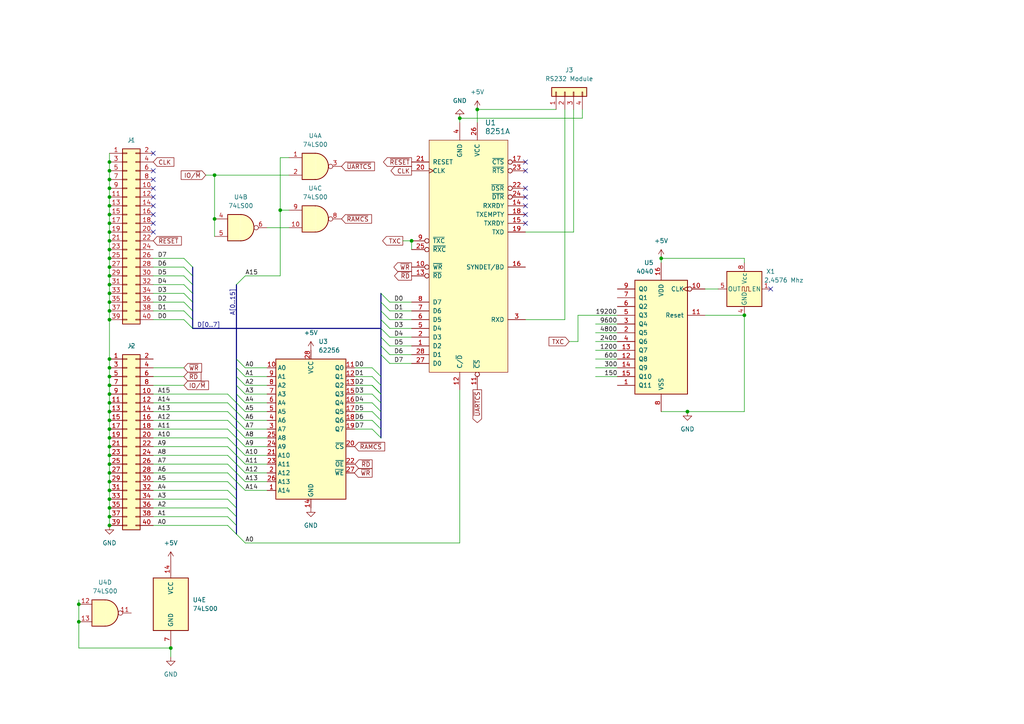
<source format=kicad_sch>
(kicad_sch (version 20230121) (generator eeschema)
  (paper "A4")
  (title_block (title "SDK-85 RAM/Serial Expansion") (date "2023-09-20") (company "Jim Shortz"))
  (lib_symbols
    (symbol "4xxx:4040" (pin_names (offset 1.016))
      (property "Reference" "U" (at -7.62 16.51 0))
      (property "Value" "4040" (at -7.62 -19.05 0))
      (symbol "4040_1_0"
        (pin output line (at 12.7 -15.24 180) (length 5.08) (name "Q11") (number "1"))
        (pin input inverted_clock (at -12.7 12.7 0) (length 5.08) (name "CLK") (number "10"))
        (pin input line (at -12.7 5.08 0) (length 5.08) (name "Reset") (number "11"))
        (pin output line (at 12.7 -7.62 180) (length 5.08) (name "Q8") (number "12"))
        (pin output line (at 12.7 -5.08 180) (length 5.08) (name "Q7") (number "13"))
        (pin output line (at 12.7 -10.16 180) (length 5.08) (name "Q9") (number "14"))
        (pin output line (at 12.7 -12.7 180) (length 5.08) (name "Q10") (number "15"))
        (pin power_in line (at 0 20.32 270) (length 5.08) (name "VDD") (number "16"))
        (pin output line (at 12.7 0 180) (length 5.08) (name "Q5") (number "2"))
        (pin output line (at 12.7 2.54 180) (length 5.08) (name "Q4") (number "3"))
        (pin output line (at 12.7 -2.54 180) (length 5.08) (name "Q6") (number "4"))
        (pin output line (at 12.7 5.08 180) (length 5.08) (name "Q3") (number "5"))
        (pin output line (at 12.7 7.62 180) (length 5.08) (name "Q2") (number "6"))
        (pin output line (at 12.7 10.16 180) (length 5.08) (name "Q1") (number "7"))
        (pin power_in line (at 0 -22.86 90) (length 5.08) (name "VSS") (number "8"))
        (pin output line (at 12.7 12.7 180) (length 5.08) (name "Q0") (number "9"))
      )
      (symbol "4040_1_1"
        (rectangle (start -7.62 15.24) (end 7.62 -17.78) (stroke (width 0.254)) (fill (type background)))
      )
    )
    (symbol "74xx:74LS00" (pin_names (offset 1.016))
      (property "Reference" "U" (at 0 1.27 0))
      (property "Value" "74LS00" (at 0 -1.27 0))
      (symbol "74LS00_1_1"
        (arc (start 0 -3.81) (mid 3.7934 0) (end 0 3.81) (stroke (width 0.254)) (fill (type background)))
        (polyline (pts (xy 0 3.81) (xy -3.81 3.81) (xy -3.81 -3.81) (xy 0 -3.81)) (stroke (width 0.254)) (fill (type background)))
        (pin input line (at -7.62 2.54 0) (length 3.81) (name "~") (number "1"))
        (pin input line (at -7.62 -2.54 0) (length 3.81) (name "~") (number "2"))
        (pin output inverted (at 7.62 0 180) (length 3.81) (name "~") (number "3"))
      )
      (symbol "74LS00_1_2"
        (arc (start -3.81 -3.81) (mid -2.589 0) (end -3.81 3.81) (stroke (width 0.254)))
        (arc (start -0.6096 -3.81) (mid 2.1842 -2.5851) (end 3.81 0) (stroke (width 0.254)) (fill (type background)))
        (polyline (pts (xy -3.81 -3.81) (xy -0.635 -3.81)) (stroke (width 0.254)) (fill (type background)))
        (polyline (pts (xy -3.81 3.81) (xy -0.635 3.81)) (stroke (width 0.254)) (fill (type background)))
        (polyline (pts (xy -0.635 3.81) (xy -3.81 3.81) (xy -3.81 3.81) (xy -3.556 3.4036) (xy -3.0226 2.2606) (xy -2.6924 1.0414) (xy -2.6162 -0.254) (xy -2.7686 -1.4986) (xy -3.175 -2.7178) (xy -3.81 -3.81) (xy -3.81 -3.81) (xy -0.635 -3.81)) (stroke (width -25.4)) (fill (type background)))
        (arc (start 3.81 0) (mid 2.1915 2.5936) (end -0.6096 3.81) (stroke (width 0.254)) (fill (type background)))
        (pin input inverted (at -7.62 2.54 0) (length 4.318) (name "~") (number "1"))
        (pin input inverted (at -7.62 -2.54 0) (length 4.318) (name "~") (number "2"))
        (pin output line (at 7.62 0 180) (length 3.81) (name "~") (number "3"))
      )
      (symbol "74LS00_2_1"
        (arc (start 0 -3.81) (mid 3.7934 0) (end 0 3.81) (stroke (width 0.254)) (fill (type background)))
        (polyline (pts (xy 0 3.81) (xy -3.81 3.81) (xy -3.81 -3.81) (xy 0 -3.81)) (stroke (width 0.254)) (fill (type background)))
        (pin input line (at -7.62 2.54 0) (length 3.81) (name "~") (number "4"))
        (pin input line (at -7.62 -2.54 0) (length 3.81) (name "~") (number "5"))
        (pin output inverted (at 7.62 0 180) (length 3.81) (name "~") (number "6"))
      )
      (symbol "74LS00_2_2"
        (arc (start -3.81 -3.81) (mid -2.589 0) (end -3.81 3.81) (stroke (width 0.254)))
        (arc (start -0.6096 -3.81) (mid 2.1842 -2.5851) (end 3.81 0) (stroke (width 0.254)) (fill (type background)))
        (polyline (pts (xy -3.81 -3.81) (xy -0.635 -3.81)) (stroke (width 0.254)) (fill (type background)))
        (polyline (pts (xy -3.81 3.81) (xy -0.635 3.81)) (stroke (width 0.254)) (fill (type background)))
        (polyline (pts (xy -0.635 3.81) (xy -3.81 3.81) (xy -3.81 3.81) (xy -3.556 3.4036) (xy -3.0226 2.2606) (xy -2.6924 1.0414) (xy -2.6162 -0.254) (xy -2.7686 -1.4986) (xy -3.175 -2.7178) (xy -3.81 -3.81) (xy -3.81 -3.81) (xy -0.635 -3.81)) (stroke (width -25.4)) (fill (type background)))
        (arc (start 3.81 0) (mid 2.1915 2.5936) (end -0.6096 3.81) (stroke (width 0.254)) (fill (type background)))
        (pin input inverted (at -7.62 2.54 0) (length 4.318) (name "~") (number "4"))
        (pin input inverted (at -7.62 -2.54 0) (length 4.318) (name "~") (number "5"))
        (pin output line (at 7.62 0 180) (length 3.81) (name "~") (number "6"))
      )
      (symbol "74LS00_3_1"
        (arc (start 0 -3.81) (mid 3.7934 0) (end 0 3.81) (stroke (width 0.254)) (fill (type background)))
        (polyline (pts (xy 0 3.81) (xy -3.81 3.81) (xy -3.81 -3.81) (xy 0 -3.81)) (stroke (width 0.254)) (fill (type background)))
        (pin input line (at -7.62 -2.54 0) (length 3.81) (name "~") (number "10"))
        (pin output inverted (at 7.62 0 180) (length 3.81) (name "~") (number "8"))
        (pin input line (at -7.62 2.54 0) (length 3.81) (name "~") (number "9"))
      )
      (symbol "74LS00_3_2"
        (arc (start -3.81 -3.81) (mid -2.589 0) (end -3.81 3.81) (stroke (width 0.254)))
        (arc (start -0.6096 -3.81) (mid 2.1842 -2.5851) (end 3.81 0) (stroke (width 0.254)) (fill (type background)))
        (polyline (pts (xy -3.81 -3.81) (xy -0.635 -3.81)) (stroke (width 0.254)) (fill (type background)))
        (polyline (pts (xy -3.81 3.81) (xy -0.635 3.81)) (stroke (width 0.254)) (fill (type background)))
        (polyline (pts (xy -0.635 3.81) (xy -3.81 3.81) (xy -3.81 3.81) (xy -3.556 3.4036) (xy -3.0226 2.2606) (xy -2.6924 1.0414) (xy -2.6162 -0.254) (xy -2.7686 -1.4986) (xy -3.175 -2.7178) (xy -3.81 -3.81) (xy -3.81 -3.81) (xy -0.635 -3.81)) (stroke (width -25.4)) (fill (type background)))
        (arc (start 3.81 0) (mid 2.1915 2.5936) (end -0.6096 3.81) (stroke (width 0.254)) (fill (type background)))
        (pin input inverted (at -7.62 -2.54 0) (length 4.318) (name "~") (number "10"))
        (pin output line (at 7.62 0 180) (length 3.81) (name "~") (number "8"))
        (pin input inverted (at -7.62 2.54 0) (length 4.318) (name "~") (number "9"))
      )
      (symbol "74LS00_4_1"
        (arc (start 0 -3.81) (mid 3.7934 0) (end 0 3.81) (stroke (width 0.254)) (fill (type background)))
        (polyline (pts (xy 0 3.81) (xy -3.81 3.81) (xy -3.81 -3.81) (xy 0 -3.81)) (stroke (width 0.254)) (fill (type background)))
        (pin output inverted (at 7.62 0 180) (length 3.81) (name "~") (number "11"))
        (pin input line (at -7.62 2.54 0) (length 3.81) (name "~") (number "12"))
        (pin input line (at -7.62 -2.54 0) (length 3.81) (name "~") (number "13"))
      )
      (symbol "74LS00_4_2"
        (arc (start -3.81 -3.81) (mid -2.589 0) (end -3.81 3.81) (stroke (width 0.254)))
        (arc (start -0.6096 -3.81) (mid 2.1842 -2.5851) (end 3.81 0) (stroke (width 0.254)) (fill (type background)))
        (polyline (pts (xy -3.81 -3.81) (xy -0.635 -3.81)) (stroke (width 0.254)) (fill (type background)))
        (polyline (pts (xy -3.81 3.81) (xy -0.635 3.81)) (stroke (width 0.254)) (fill (type background)))
        (polyline (pts (xy -0.635 3.81) (xy -3.81 3.81) (xy -3.81 3.81) (xy -3.556 3.4036) (xy -3.0226 2.2606) (xy -2.6924 1.0414) (xy -2.6162 -0.254) (xy -2.7686 -1.4986) (xy -3.175 -2.7178) (xy -3.81 -3.81) (xy -3.81 -3.81) (xy -0.635 -3.81)) (stroke (width -25.4)) (fill (type background)))
        (arc (start 3.81 0) (mid 2.1915 2.5936) (end -0.6096 3.81) (stroke (width 0.254)) (fill (type background)))
        (pin output line (at 7.62 0 180) (length 3.81) (name "~") (number "11"))
        (pin input inverted (at -7.62 2.54 0) (length 4.318) (name "~") (number "12"))
        (pin input inverted (at -7.62 -2.54 0) (length 4.318) (name "~") (number "13"))
      )
      (symbol "74LS00_5_0"
        (pin power_in line (at 0 12.7 270) (length 5.08) (name "VCC") (number "14"))
        (pin power_in line (at 0 -12.7 90) (length 5.08) (name "GND") (number "7"))
      )
      (symbol "74LS00_5_1"
        (rectangle (start -5.08 7.62) (end 5.08 -7.62) (stroke (width 0.254)) (fill (type background)))
      )
    )
    (symbol "8088:8251A" (pin_names (offset 1.016))
      (property "Reference" "U" (at 21.59 -1.27 0))
      (property "Value" "8251A" (at 21.59 1.27 0))
      (symbol "8251A_0_1"
        (rectangle (start 10.16 29.21) (end 33.02 -38.1) (fill (type background)))
      )
      (symbol "8251A_1_1"
        (pin bidirectional line (at 5.08 -30.48 0) (length 5.08) (name "D2") (number "1"))
        (pin input inverted (at 5.08 -7.62 0) (length 5.08) (name "~{WR}") (number "10"))
        (pin input inverted (at 24.13 -43.18 90) (length 5.08) (name "~{CS}") (number "11"))
        (pin input line (at 19.05 -43.18 90) (length 5.08) (name "C/~{D}") (number "12"))
        (pin input inverted (at 5.08 -10.16 0) (length 5.08) (name "~{RD}") (number "13"))
        (pin output line (at 38.1 10.16 180) (length 5.08) (name "RXRDY") (number "14"))
        (pin input line (at 38.1 5.08 180) (length 5.08) (name "TXRDY") (number "15"))
        (pin output line (at 38.1 -7.62 180) (length 5.08) (name "SYNDET/BD") (number "16"))
        (pin input inverted (at 38.1 22.86 180) (length 5.08) (name "~{CTS}") (number "17"))
        (pin output line (at 38.1 7.62 180) (length 5.08) (name "TXEMPTY") (number "18"))
        (pin output line (at 38.1 2.54 180) (length 5.08) (name "TXD") (number "19"))
        (pin bidirectional line (at 5.08 -27.94 0) (length 5.08) (name "D3") (number "2"))
        (pin input clock (at 5.08 20.32 0) (length 5.08) (name "CLK") (number "20"))
        (pin input line (at 5.08 22.86 0) (length 5.08) (name "RESET") (number "21"))
        (pin input inverted (at 38.1 15.24 180) (length 5.08) (name "~{DSR}") (number "22"))
        (pin output inverted (at 38.1 20.32 180) (length 5.08) (name "~{RTS}") (number "23"))
        (pin output inverted (at 38.1 12.7 180) (length 5.08) (name "~{DTR}") (number "24"))
        (pin input inverted (at 5.08 -2.54 0) (length 5.08) (name "~{RXC}") (number "25"))
        (pin power_in line (at 24.13 34.29 270) (length 5.08) (name "VCC") (number "26"))
        (pin bidirectional line (at 5.08 -35.56 0) (length 5.08) (name "D0") (number "27"))
        (pin bidirectional line (at 5.08 -33.02 0) (length 5.08) (name "D1") (number "28"))
        (pin input line (at 38.1 -22.86 180) (length 5.08) (name "RXD") (number "3"))
        (pin power_in line (at 19.05 34.29 270) (length 5.08) (name "GND") (number "4"))
        (pin bidirectional line (at 5.08 -25.4 0) (length 5.08) (name "D4") (number "5"))
        (pin bidirectional line (at 5.08 -22.86 0) (length 5.08) (name "D5") (number "6"))
        (pin bidirectional line (at 5.08 -20.32 0) (length 5.08) (name "D6") (number "7"))
        (pin bidirectional line (at 5.08 -17.78 0) (length 5.08) (name "D7") (number "8"))
        (pin input inverted (at 5.08 0 0) (length 5.08) (name "~{TXC}") (number "9"))
      )
    )
    (symbol "Connector_Generic:Conn_01x04" (pin_names (offset 1.016) hide)
      (property "Reference" "J" (at 0 5.08 0))
      (property "Value" "Conn_01x04" (at 0 -7.62 0))
      (symbol "Conn_01x04_1_1"
        (rectangle (start -1.27 -4.953) (end 0 -5.207) (stroke (width 0.1524)))
        (rectangle (start -1.27 -2.413) (end 0 -2.667) (stroke (width 0.1524)))
        (rectangle (start -1.27 0.127) (end 0 -0.127) (stroke (width 0.1524)))
        (rectangle (start -1.27 2.667) (end 0 2.413) (stroke (width 0.1524)))
        (rectangle (start -1.27 3.81) (end 1.27 -6.35) (stroke (width 0.254)) (fill (type background)))
        (pin passive line (at -5.08 2.54 0) (length 3.81) (name "Pin_1") (number "1"))
        (pin passive line (at -5.08 0 0) (length 3.81) (name "Pin_2") (number "2"))
        (pin passive line (at -5.08 -2.54 0) (length 3.81) (name "Pin_3") (number "3"))
        (pin passive line (at -5.08 -5.08 0) (length 3.81) (name "Pin_4") (number "4"))
      )
    )
    (symbol "Connector_Generic:Conn_02x20_Odd_Even" (pin_names (offset 1.016) hide)
      (property "Reference" "J" (at 1.27 25.4 0))
      (property "Value" "Conn_02x20_Odd_Even" (at 1.27 -27.94 0))
      (symbol "Conn_02x20_Odd_Even_1_1"
        (rectangle (start -1.27 -25.273) (end 0 -25.527) (stroke (width 0.1524)))
        (rectangle (start -1.27 -22.733) (end 0 -22.987) (stroke (width 0.1524)))
        (rectangle (start -1.27 -20.193) (end 0 -20.447) (stroke (width 0.1524)))
        (rectangle (start -1.27 -17.653) (end 0 -17.907) (stroke (width 0.1524)))
        (rectangle (start -1.27 -15.113) (end 0 -15.367) (stroke (width 0.1524)))
        (rectangle (start -1.27 -12.573) (end 0 -12.827) (stroke (width 0.1524)))
        (rectangle (start -1.27 -10.033) (end 0 -10.287) (stroke (width 0.1524)))
        (rectangle (start -1.27 -7.493) (end 0 -7.747) (stroke (width 0.1524)))
        (rectangle (start -1.27 -4.953) (end 0 -5.207) (stroke (width 0.1524)))
        (rectangle (start -1.27 -2.413) (end 0 -2.667) (stroke (width 0.1524)))
        (rectangle (start -1.27 0.127) (end 0 -0.127) (stroke (width 0.1524)))
        (rectangle (start -1.27 2.667) (end 0 2.413) (stroke (width 0.1524)))
        (rectangle (start -1.27 5.207) (end 0 4.953) (stroke (width 0.1524)))
        (rectangle (start -1.27 7.747) (end 0 7.493) (stroke (width 0.1524)))
        (rectangle (start -1.27 10.287) (end 0 10.033) (stroke (width 0.1524)))
        (rectangle (start -1.27 12.827) (end 0 12.573) (stroke (width 0.1524)))
        (rectangle (start -1.27 15.367) (end 0 15.113) (stroke (width 0.1524)))
        (rectangle (start -1.27 17.907) (end 0 17.653) (stroke (width 0.1524)))
        (rectangle (start -1.27 20.447) (end 0 20.193) (stroke (width 0.1524)))
        (rectangle (start -1.27 22.987) (end 0 22.733) (stroke (width 0.1524)))
        (rectangle (start -1.27 24.13) (end 3.81 -26.67) (stroke (width 0.254)) (fill (type background)))
        (rectangle (start 3.81 -25.273) (end 2.54 -25.527) (stroke (width 0.1524)))
        (rectangle (start 3.81 -22.733) (end 2.54 -22.987) (stroke (width 0.1524)))
        (rectangle (start 3.81 -20.193) (end 2.54 -20.447) (stroke (width 0.1524)))
        (rectangle (start 3.81 -17.653) (end 2.54 -17.907) (stroke (width 0.1524)))
        (rectangle (start 3.81 -15.113) (end 2.54 -15.367) (stroke (width 0.1524)))
        (rectangle (start 3.81 -12.573) (end 2.54 -12.827) (stroke (width 0.1524)))
        (rectangle (start 3.81 -10.033) (end 2.54 -10.287) (stroke (width 0.1524)))
        (rectangle (start 3.81 -7.493) (end 2.54 -7.747) (stroke (width 0.1524)))
        (rectangle (start 3.81 -4.953) (end 2.54 -5.207) (stroke (width 0.1524)))
        (rectangle (start 3.81 -2.413) (end 2.54 -2.667) (stroke (width 0.1524)))
        (rectangle (start 3.81 0.127) (end 2.54 -0.127) (stroke (width 0.1524)))
        (rectangle (start 3.81 2.667) (end 2.54 2.413) (stroke (width 0.1524)))
        (rectangle (start 3.81 5.207) (end 2.54 4.953) (stroke (width 0.1524)))
        (rectangle (start 3.81 7.747) (end 2.54 7.493) (stroke (width 0.1524)))
        (rectangle (start 3.81 10.287) (end 2.54 10.033) (stroke (width 0.1524)))
        (rectangle (start 3.81 12.827) (end 2.54 12.573) (stroke (width 0.1524)))
        (rectangle (start 3.81 15.367) (end 2.54 15.113) (stroke (width 0.1524)))
        (rectangle (start 3.81 17.907) (end 2.54 17.653) (stroke (width 0.1524)))
        (rectangle (start 3.81 20.447) (end 2.54 20.193) (stroke (width 0.1524)))
        (rectangle (start 3.81 22.987) (end 2.54 22.733) (stroke (width 0.1524)))
        (pin passive line (at -5.08 22.86 0) (length 3.81) (name "Pin_1") (number "1"))
        (pin passive line (at 7.62 12.7 180) (length 3.81) (name "Pin_10") (number "10"))
        (pin passive line (at -5.08 10.16 0) (length 3.81) (name "Pin_11") (number "11"))
        (pin passive line (at 7.62 10.16 180) (length 3.81) (name "Pin_12") (number "12"))
        (pin passive line (at -5.08 7.62 0) (length 3.81) (name "Pin_13") (number "13"))
        (pin passive line (at 7.62 7.62 180) (length 3.81) (name "Pin_14") (number "14"))
        (pin passive line (at -5.08 5.08 0) (length 3.81) (name "Pin_15") (number "15"))
        (pin passive line (at 7.62 5.08 180) (length 3.81) (name "Pin_16") (number "16"))
        (pin passive line (at -5.08 2.54 0) (length 3.81) (name "Pin_17") (number "17"))
        (pin passive line (at 7.62 2.54 180) (length 3.81) (name "Pin_18") (number "18"))
        (pin passive line (at -5.08 0 0) (length 3.81) (name "Pin_19") (number "19"))
        (pin passive line (at 7.62 22.86 180) (length 3.81) (name "Pin_2") (number "2"))
        (pin passive line (at 7.62 0 180) (length 3.81) (name "Pin_20") (number "20"))
        (pin passive line (at -5.08 -2.54 0) (length 3.81) (name "Pin_21") (number "21"))
        (pin passive line (at 7.62 -2.54 180) (length 3.81) (name "Pin_22") (number "22"))
        (pin passive line (at -5.08 -5.08 0) (length 3.81) (name "Pin_23") (number "23"))
        (pin passive line (at 7.62 -5.08 180) (length 3.81) (name "Pin_24") (number "24"))
        (pin passive line (at -5.08 -7.62 0) (length 3.81) (name "Pin_25") (number "25"))
        (pin passive line (at 7.62 -7.62 180) (length 3.81) (name "Pin_26") (number "26"))
        (pin passive line (at -5.08 -10.16 0) (length 3.81) (name "Pin_27") (number "27"))
        (pin passive line (at 7.62 -10.16 180) (length 3.81) (name "Pin_28") (number "28"))
        (pin passive line (at -5.08 -12.7 0) (length 3.81) (name "Pin_29") (number "29"))
        (pin passive line (at -5.08 20.32 0) (length 3.81) (name "Pin_3") (number "3"))
        (pin passive line (at 7.62 -12.7 180) (length 3.81) (name "Pin_30") (number "30"))
        (pin passive line (at -5.08 -15.24 0) (length 3.81) (name "Pin_31") (number "31"))
        (pin passive line (at 7.62 -15.24 180) (length 3.81) (name "Pin_32") (number "32"))
        (pin passive line (at -5.08 -17.78 0) (length 3.81) (name "Pin_33") (number "33"))
        (pin passive line (at 7.62 -17.78 180) (length 3.81) (name "Pin_34") (number "34"))
        (pin passive line (at -5.08 -20.32 0) (length 3.81) (name "Pin_35") (number "35"))
        (pin passive line (at 7.62 -20.32 180) (length 3.81) (name "Pin_36") (number "36"))
        (pin passive line (at -5.08 -22.86 0) (length 3.81) (name "Pin_37") (number "37"))
        (pin passive line (at 7.62 -22.86 180) (length 3.81) (name "Pin_38") (number "38"))
        (pin passive line (at -5.08 -25.4 0) (length 3.81) (name "Pin_39") (number "39"))
        (pin passive line (at 7.62 20.32 180) (length 3.81) (name "Pin_4") (number "4"))
        (pin passive line (at 7.62 -25.4 180) (length 3.81) (name "Pin_40") (number "40"))
        (pin passive line (at -5.08 17.78 0) (length 3.81) (name "Pin_5") (number "5"))
        (pin passive line (at 7.62 17.78 180) (length 3.81) (name "Pin_6") (number "6"))
        (pin passive line (at -5.08 15.24 0) (length 3.81) (name "Pin_7") (number "7"))
        (pin passive line (at 7.62 15.24 180) (length 3.81) (name "Pin_8") (number "8"))
        (pin passive line (at -5.08 12.7 0) (length 3.81) (name "Pin_9") (number "9"))
      )
    )
    (symbol "Memory_RAM:HM62256BLP"
      (property "Reference" "U" (at -10.16 20.955 0))
      (property "Value" "HM62256BLP" (at 2.54 20.955 0))
      (symbol "HM62256BLP_0_0"
        (pin power_in line (at 0 -22.86 90) (length 2.54) (name "GND") (number "14"))
        (pin power_in line (at 0 22.86 270) (length 2.54) (name "VCC") (number "28"))
      )
      (symbol "HM62256BLP_0_1"
        (rectangle (start -10.16 20.32) (end 10.16 -20.32) (stroke (width 0.254)) (fill (type background)))
      )
      (symbol "HM62256BLP_1_1"
        (pin input line (at -12.7 -17.78 0) (length 2.54) (name "A14") (number "1"))
        (pin input line (at -12.7 17.78 0) (length 2.54) (name "A0") (number "10"))
        (pin tri_state line (at 12.7 17.78 180) (length 2.54) (name "Q0") (number "11"))
        (pin tri_state line (at 12.7 15.24 180) (length 2.54) (name "Q1") (number "12"))
        (pin tri_state line (at 12.7 12.7 180) (length 2.54) (name "Q2") (number "13"))
        (pin tri_state line (at 12.7 10.16 180) (length 2.54) (name "Q3") (number "15"))
        (pin tri_state line (at 12.7 7.62 180) (length 2.54) (name "Q4") (number "16"))
        (pin tri_state line (at 12.7 5.08 180) (length 2.54) (name "Q5") (number "17"))
        (pin tri_state line (at 12.7 2.54 180) (length 2.54) (name "Q6") (number "18"))
        (pin tri_state line (at 12.7 0 180) (length 2.54) (name "Q7") (number "19"))
        (pin input line (at -12.7 -12.7 0) (length 2.54) (name "A12") (number "2"))
        (pin input line (at 12.7 -5.08 180) (length 2.54) (name "~{CS}") (number "20"))
        (pin input line (at -12.7 -7.62 0) (length 2.54) (name "A10") (number "21"))
        (pin input line (at 12.7 -10.16 180) (length 2.54) (name "~{OE}") (number "22"))
        (pin input line (at -12.7 -10.16 0) (length 2.54) (name "A11") (number "23"))
        (pin input line (at -12.7 -5.08 0) (length 2.54) (name "A9") (number "24"))
        (pin input line (at -12.7 -2.54 0) (length 2.54) (name "A8") (number "25"))
        (pin input line (at -12.7 -15.24 0) (length 2.54) (name "A13") (number "26"))
        (pin input line (at 12.7 -12.7 180) (length 2.54) (name "~{WE}") (number "27"))
        (pin input line (at -12.7 0 0) (length 2.54) (name "A7") (number "3"))
        (pin input line (at -12.7 2.54 0) (length 2.54) (name "A6") (number "4"))
        (pin input line (at -12.7 5.08 0) (length 2.54) (name "A5") (number "5"))
        (pin input line (at -12.7 7.62 0) (length 2.54) (name "A4") (number "6"))
        (pin input line (at -12.7 10.16 0) (length 2.54) (name "A3") (number "7"))
        (pin input line (at -12.7 12.7 0) (length 2.54) (name "A2") (number "8"))
        (pin input line (at -12.7 15.24 0) (length 2.54) (name "A1") (number "9"))
      )
    )
    (symbol "Oscillator:CXO_DIP8" (pin_names (offset 0.254))
      (property "Reference" "X" (at -5.08 6.35 0))
      (property "Value" "CXO_DIP8" (at 1.27 -6.35 0))
      (symbol "CXO_DIP8_0_1"
        (rectangle (start -5.08 5.08) (end 5.08 -5.08) (stroke (width 0.254)) (fill (type background)))
        (polyline (pts (xy -1.905 -0.635) (xy -1.27 -0.635) (xy -1.27 0.635) (xy -0.635 0.635) (xy -0.635 -0.635) (xy 0 -0.635) (xy 0 0.635) (xy 0.635 0.635) (xy 0.635 -0.635)))
      )
      (symbol "CXO_DIP8_1_1"
        (pin input line (at -7.62 0 0) (length 2.54) (name "EN") (number "1"))
        (pin power_in line (at 0 -7.62 90) (length 2.54) (name "GND") (number "4"))
        (pin output line (at 7.62 0 180) (length 2.54) (name "OUT") (number "5"))
        (pin power_in line (at 0 7.62 270) (length 2.54) (name "Vcc") (number "8"))
      )
    )
    (symbol "power:+5V" (power) (pin_names (offset 0))
      (property "Value" "+5V" (at 0 3.556 0))
      (symbol "+5V_0_1"
        (polyline (pts (xy -0.762 1.27) (xy 0 2.54)))
        (polyline (pts (xy 0 0) (xy 0 2.54)))
        (polyline (pts (xy 0 2.54) (xy 0.762 1.27)))
      )
      (symbol "+5V_1_1"
        (pin power_in line (at 0 0 90) (length 0) hide (name "+5V") (number "1"))
      )
    )
    (symbol "power:GND" (power) (pin_names (offset 0))
      (property "Value" "GND" (at 0 -3.81 0))
      (symbol "GND_0_1"
        (polyline (pts (xy 0 0) (xy 0 -1.27) (xy 1.27 -1.27) (xy 0 -2.54) (xy -1.27 -1.27) (xy 0 -1.27)))
      )
      (symbol "GND_1_1"
        (pin power_in line (at 0 0 270) (length 0) hide (name "GND") (number "1"))
      )
    )
  )
  (junction (at 31.75 134.62))
  (junction (at 31.75 121.92))
  (junction (at 133.35 34.29))
  (junction (at 31.75 114.3))
  (junction (at 31.75 59.69))
  (junction (at 31.75 104.14))
  (junction (at 31.75 46.99))
  (junction (at 22.86 175.26))
  (junction (at 62.23 50.8))
  (junction (at 31.75 69.85))
  (junction (at 31.75 142.24))
  (junction (at 31.75 49.53))
  (junction (at 31.75 90.17))
  (junction (at 31.75 127))
  (junction (at 31.75 77.47))
  (junction (at 31.75 82.55))
  (junction (at 31.75 67.31))
  (junction (at 31.75 87.63))
  (junction (at 191.77 74.93))
  (junction (at 31.75 74.93))
  (junction (at 31.75 119.38))
  (junction (at 31.75 62.23))
  (junction (at 31.75 85.09))
  (junction (at 199.39 119.38))
  (junction (at 31.75 149.86))
  (junction (at 31.75 72.39))
  (junction (at 31.75 129.54))
  (junction (at 31.75 152.4))
  (junction (at 49.53 187.96))
  (junction (at 31.75 54.61))
  (junction (at 31.75 132.08))
  (junction (at 31.75 137.16))
  (junction (at 81.28 60.96))
  (junction (at 31.75 92.71))
  (junction (at 22.86 180.34))
  (junction (at 31.75 57.15))
  (junction (at 31.75 106.68))
  (junction (at 31.75 144.78))
  (junction (at 31.75 124.46))
  (junction (at 31.75 111.76))
  (junction (at 138.43 31.75))
  (junction (at 31.75 64.77))
  (junction (at 119.38 69.85))
  (junction (at 31.75 109.22))
  (junction (at 31.75 139.7))
  (junction (at 31.75 116.84))
  (junction (at 62.23 63.5))
  (junction (at 31.75 52.07))
  (junction (at 31.75 80.01))
  (junction (at 31.75 147.32))
  (junction (at 215.9 91.44))
  (no_connect (at 44.45 64.77))
  (no_connect (at 152.4 62.23))
  (no_connect (at 152.4 46.99))
  (no_connect (at 152.4 64.77))
  (no_connect (at 44.45 67.31))
  (no_connect (at 152.4 59.69))
  (no_connect (at 152.4 54.61))
  (no_connect (at 44.45 44.45))
  (no_connect (at 152.4 57.15))
  (no_connect (at 44.45 52.07))
  (no_connect (at 44.45 59.69))
  (no_connect (at 152.4 49.53))
  (no_connect (at 44.45 62.23))
  (no_connect (at 44.45 57.15))
  (no_connect (at 44.45 54.61))
  (no_connect (at 44.45 49.53))
  (no_connect (at 223.52 83.82))
  (bus_entry (at 107.95 106.68) (size 2.54 2.54))
  (bus_entry (at 66.04 147.32) (size 2.54 2.54))
  (bus_entry (at 66.04 134.62) (size 2.54 2.54))
  (bus_entry (at 66.04 132.08) (size 2.54 2.54))
  (bus_entry (at 68.58 137.16) (size 2.54 2.54))
  (bus_entry (at 66.04 124.46) (size 2.54 2.54))
  (bus_entry (at 110.49 90.17) (size 2.54 2.54))
  (bus_entry (at 53.34 85.09) (size 2.54 2.54))
  (bus_entry (at 66.04 144.78) (size 2.54 2.54))
  (bus_entry (at 68.58 129.54) (size 2.54 2.54))
  (bus_entry (at 110.49 87.63) (size 2.54 2.54))
  (bus_entry (at 66.04 121.92) (size 2.54 2.54))
  (bus_entry (at 107.95 111.76) (size 2.54 2.54))
  (bus_entry (at 110.49 102.87) (size 2.54 2.54))
  (bus_entry (at 68.58 114.3) (size 2.54 2.54))
  (bus_entry (at 107.95 124.46) (size 2.54 2.54))
  (bus_entry (at 68.58 109.22) (size 2.54 2.54))
  (bus_entry (at 53.34 92.71) (size 2.54 2.54))
  (bus_entry (at 66.04 114.3) (size 2.54 2.54))
  (bus_entry (at 66.04 142.24) (size 2.54 2.54))
  (bus_entry (at 68.58 127) (size 2.54 2.54))
  (bus_entry (at 107.95 114.3) (size 2.54 2.54))
  (bus_entry (at 110.49 92.71) (size 2.54 2.54))
  (bus_entry (at 66.04 149.86) (size 2.54 2.54))
  (bus_entry (at 110.49 85.09) (size 2.54 2.54))
  (bus_entry (at 68.58 104.14) (size 2.54 2.54))
  (bus_entry (at 66.04 137.16) (size 2.54 2.54))
  (bus_entry (at 107.95 109.22) (size 2.54 2.54))
  (bus_entry (at 68.58 119.38) (size 2.54 2.54))
  (bus_entry (at 66.04 116.84) (size 2.54 2.54))
  (bus_entry (at 53.34 74.93) (size 2.54 2.54))
  (bus_entry (at 68.58 82.55) (size 2.54 -2.54))
  (bus_entry (at 110.49 95.25) (size 2.54 2.54))
  (bus_entry (at 53.34 87.63) (size 2.54 2.54))
  (bus_entry (at 68.58 121.92) (size 2.54 2.54))
  (bus_entry (at 107.95 111.76) (size 2.54 2.54))
  (bus_entry (at 68.58 154.94) (size 2.54 2.54))
  (bus_entry (at 68.58 116.84) (size 2.54 2.54))
  (bus_entry (at 107.95 116.84) (size 2.54 2.54))
  (bus_entry (at 66.04 139.7) (size 2.54 2.54))
  (bus_entry (at 53.34 82.55) (size 2.54 2.54))
  (bus_entry (at 68.58 139.7) (size 2.54 2.54))
  (bus_entry (at 68.58 106.68) (size 2.54 2.54))
  (bus_entry (at 68.58 111.76) (size 2.54 2.54))
  (bus_entry (at 66.04 119.38) (size 2.54 2.54))
  (bus_entry (at 107.95 119.38) (size 2.54 2.54))
  (bus_entry (at 66.04 152.4) (size 2.54 2.54))
  (bus_entry (at 110.49 97.79) (size 2.54 2.54))
  (bus_entry (at 68.58 132.08) (size 2.54 2.54))
  (bus_entry (at 53.34 90.17) (size 2.54 2.54))
  (bus_entry (at 107.95 121.92) (size 2.54 2.54))
  (bus_entry (at 68.58 124.46) (size 2.54 2.54))
  (bus_entry (at 53.34 80.01) (size 2.54 2.54))
  (bus_entry (at 68.58 134.62) (size 2.54 2.54))
  (bus_entry (at 53.34 77.47) (size 2.54 2.54))
  (bus_entry (at 66.04 129.54) (size 2.54 2.54))
  (bus_entry (at 66.04 127) (size 2.54 2.54))
  (bus_entry (at 110.49 100.33) (size 2.54 2.54))
  (bus (pts (xy 55.88 92.71) (xy 55.88 90.17)))
  (wire (pts (xy 113.03 90.17) (xy 119.38 90.17)))
  (wire (pts (xy 81.28 60.96) (xy 81.28 80.01)))
  (wire (pts (xy 59.69 50.8) (xy 62.23 50.8)))
  (wire (pts (xy 31.75 121.92) (xy 31.75 124.46)))
  (wire (pts (xy 102.87 116.84) (xy 107.95 116.84)))
  (wire (pts (xy 31.75 134.62) (xy 31.75 137.16)))
  (bus (pts (xy 55.88 82.55) (xy 55.88 80.01)))
  (wire (pts (xy 31.75 147.32) (xy 31.75 149.86)))
  (wire (pts (xy 102.87 114.3) (xy 107.95 114.3)))
  (wire (pts (xy 44.45 152.4) (xy 66.04 152.4)))
  (bus (pts (xy 68.58 116.84) (xy 68.58 119.38)))
  (bus (pts (xy 68.58 106.68) (xy 68.58 109.22)))
  (bus (pts (xy 55.88 87.63) (xy 55.88 85.09)))
  (wire (pts (xy 113.03 105.41) (xy 119.38 105.41)))
  (wire (pts (xy 102.87 109.22) (xy 107.95 109.22)))
  (wire (pts (xy 44.45 106.68) (xy 53.34 106.68)))
  (wire (pts (xy 215.9 74.93) (xy 215.9 76.2)))
  (wire (pts (xy 167.64 99.06) (xy 165.1 99.06)))
  (wire (pts (xy 113.03 97.79) (xy 119.38 97.79)))
  (wire (pts (xy 31.75 144.78) (xy 31.75 147.32)))
  (wire (pts (xy 31.75 82.55) (xy 31.75 85.09)))
  (wire (pts (xy 71.12 116.84) (xy 77.47 116.84)))
  (wire (pts (xy 172.72 106.68) (xy 179.07 106.68)))
  (wire (pts (xy 22.86 187.96) (xy 49.53 187.96)))
  (wire (pts (xy 31.75 149.86) (xy 31.75 152.4)))
  (wire (pts (xy 133.35 34.29) (xy 133.35 35.56)))
  (wire (pts (xy 31.75 62.23) (xy 31.75 64.77)))
  (wire (pts (xy 71.12 119.38) (xy 77.47 119.38)))
  (wire (pts (xy 204.47 91.44) (xy 215.9 91.44)))
  (wire (pts (xy 172.72 109.22) (xy 179.07 109.22)))
  (wire (pts (xy 71.12 111.76) (xy 77.47 111.76)))
  (wire (pts (xy 172.72 101.6) (xy 179.07 101.6)))
  (wire (pts (xy 81.28 45.72) (xy 83.82 45.72)))
  (wire (pts (xy 172.72 104.14) (xy 179.07 104.14)))
  (wire (pts (xy 31.75 80.01) (xy 31.75 82.55)))
  (wire (pts (xy 31.75 137.16) (xy 31.75 139.7)))
  (wire (pts (xy 31.75 142.24) (xy 31.75 144.78)))
  (wire (pts (xy 31.75 106.68) (xy 31.75 109.22)))
  (bus (pts (xy 110.49 114.3) (xy 110.49 116.84)))
  (wire (pts (xy 31.75 85.09) (xy 31.75 87.63)))
  (wire (pts (xy 31.75 132.08) (xy 31.75 134.62)))
  (wire (pts (xy 191.77 74.93) (xy 191.77 76.2)))
  (wire (pts (xy 102.87 124.46) (xy 107.95 124.46)))
  (wire (pts (xy 71.12 124.46) (xy 77.47 124.46)))
  (wire (pts (xy 44.45 137.16) (xy 66.04 137.16)))
  (wire (pts (xy 22.86 175.26) (xy 22.86 180.34)))
  (wire (pts (xy 44.45 87.63) (xy 53.34 87.63)))
  (bus (pts (xy 55.88 85.09) (xy 55.88 82.55)))
  (wire (pts (xy 31.75 77.47) (xy 31.75 80.01)))
  (wire (pts (xy 71.12 137.16) (xy 77.47 137.16)))
  (wire (pts (xy 31.75 67.31) (xy 31.75 69.85)))
  (bus (pts (xy 110.49 121.92) (xy 110.49 124.46)))
  (wire (pts (xy 62.23 50.8) (xy 83.82 50.8)))
  (wire (pts (xy 172.72 93.98) (xy 179.07 93.98)))
  (wire (pts (xy 31.75 49.53) (xy 31.75 52.07)))
  (wire (pts (xy 71.12 121.92) (xy 77.47 121.92)))
  (bus (pts (xy 68.58 129.54) (xy 68.58 132.08)))
  (bus (pts (xy 55.88 90.17) (xy 55.88 87.63)))
  (wire (pts (xy 116.84 69.85) (xy 119.38 69.85)))
  (wire (pts (xy 44.45 121.92) (xy 66.04 121.92)))
  (wire (pts (xy 31.75 87.63) (xy 31.75 90.17)))
  (wire (pts (xy 22.86 180.34) (xy 22.86 187.96)))
  (wire (pts (xy 44.45 77.47) (xy 53.34 77.47)))
  (bus (pts (xy 68.58 147.32) (xy 68.58 144.78)))
  (bus (pts (xy 110.49 116.84) (xy 110.49 119.38)))
  (wire (pts (xy 44.45 127) (xy 66.04 127)))
  (bus (pts (xy 68.58 134.62) (xy 68.58 132.08)))
  (wire (pts (xy 31.75 57.15) (xy 31.75 59.69)))
  (bus (pts (xy 55.88 92.71) (xy 55.88 95.25)))
  (wire (pts (xy 199.39 119.38) (xy 215.9 119.38)))
  (wire (pts (xy 44.45 142.24) (xy 66.04 142.24)))
  (bus (pts (xy 68.58 82.55) (xy 68.58 104.14)))
  (bus (pts (xy 110.49 100.33) (xy 110.49 102.87)))
  (wire (pts (xy 31.75 127) (xy 31.75 129.54)))
  (wire (pts (xy 102.87 106.68) (xy 107.95 106.68)))
  (bus (pts (xy 68.58 109.22) (xy 68.58 111.76)))
  (wire (pts (xy 138.43 31.75) (xy 161.29 31.75)))
  (bus (pts (xy 55.88 80.01) (xy 55.88 77.47)))
  (wire (pts (xy 31.75 114.3) (xy 31.75 116.84)))
  (wire (pts (xy 71.12 132.08) (xy 77.47 132.08)))
  (wire (pts (xy 31.75 109.22) (xy 31.75 111.76)))
  (wire (pts (xy 44.45 124.46) (xy 66.04 124.46)))
  (wire (pts (xy 71.12 80.01) (xy 81.28 80.01)))
  (wire (pts (xy 44.45 134.62) (xy 66.04 134.62)))
  (wire (pts (xy 44.45 109.22) (xy 53.34 109.22)))
  (wire (pts (xy 44.45 129.54) (xy 66.04 129.54)))
  (wire (pts (xy 102.87 121.92) (xy 107.95 121.92)))
  (bus (pts (xy 110.49 87.63) (xy 110.49 90.17)))
  (wire (pts (xy 71.12 106.68) (xy 77.47 106.68)))
  (bus (pts (xy 68.58 149.86) (xy 68.58 152.4)))
  (wire (pts (xy 44.45 74.93) (xy 53.34 74.93)))
  (wire (pts (xy 62.23 50.8) (xy 62.23 63.5)))
  (bus (pts (xy 110.49 85.09) (xy 110.49 87.63)))
  (wire (pts (xy 81.28 45.72) (xy 81.28 60.96)))
  (wire (pts (xy 31.75 111.76) (xy 31.75 114.3)))
  (bus (pts (xy 68.58 121.92) (xy 68.58 119.38)))
  (wire (pts (xy 31.75 92.71) (xy 31.75 104.14)))
  (wire (pts (xy 44.45 147.32) (xy 66.04 147.32)))
  (wire (pts (xy 31.75 116.84) (xy 31.75 119.38)))
  (wire (pts (xy 44.45 80.01) (xy 53.34 80.01)))
  (wire (pts (xy 71.12 134.62) (xy 77.47 134.62)))
  (bus (pts (xy 110.49 111.76) (xy 110.49 114.3)))
  (wire (pts (xy 163.83 92.71) (xy 152.4 92.71)))
  (wire (pts (xy 44.45 85.09) (xy 53.34 85.09)))
  (wire (pts (xy 133.35 34.29) (xy 168.91 34.29)))
  (wire (pts (xy 204.47 83.82) (xy 208.28 83.82)))
  (wire (pts (xy 31.75 69.85) (xy 31.75 72.39)))
  (bus (pts (xy 110.49 109.22) (xy 110.49 111.76)))
  (bus (pts (xy 68.58 152.4) (xy 68.58 154.94)))
  (wire (pts (xy 172.72 99.06) (xy 179.07 99.06)))
  (wire (pts (xy 31.75 90.17) (xy 31.75 92.71)))
  (wire (pts (xy 62.23 63.5) (xy 62.23 68.58)))
  (bus (pts (xy 110.49 90.17) (xy 110.49 92.71)))
  (wire (pts (xy 31.75 52.07) (xy 31.75 54.61)))
  (wire (pts (xy 44.45 82.55) (xy 53.34 82.55)))
  (wire (pts (xy 31.75 72.39) (xy 31.75 74.93)))
  (wire (pts (xy 215.9 91.44) (xy 215.9 119.38)))
  (bus (pts (xy 68.58 137.16) (xy 68.58 134.62)))
  (wire (pts (xy 166.37 31.75) (xy 166.37 67.31)))
  (bus (pts (xy 68.58 124.46) (xy 68.58 127)))
  (wire (pts (xy 31.75 46.99) (xy 31.75 49.53)))
  (bus (pts (xy 68.58 147.32) (xy 68.58 149.86)))
  (wire (pts (xy 31.75 104.14) (xy 31.75 106.68)))
  (wire (pts (xy 172.72 96.52) (xy 179.07 96.52)))
  (wire (pts (xy 22.86 173.99) (xy 22.86 175.26)))
  (bus (pts (xy 68.58 139.7) (xy 68.58 142.24)))
  (wire (pts (xy 119.38 69.85) (xy 119.38 72.39)))
  (wire (pts (xy 44.45 111.76) (xy 53.34 111.76)))
  (bus (pts (xy 110.49 119.38) (xy 110.49 121.92)))
  (wire (pts (xy 31.75 129.54) (xy 31.75 132.08)))
  (wire (pts (xy 168.91 34.29) (xy 168.91 31.75)))
  (bus (pts (xy 68.58 121.92) (xy 68.58 124.46)))
  (wire (pts (xy 113.03 100.33) (xy 119.38 100.33)))
  (wire (pts (xy 138.43 31.75) (xy 138.43 35.56)))
  (wire (pts (xy 102.87 119.38) (xy 107.95 119.38)))
  (wire (pts (xy 31.75 54.61) (xy 31.75 57.15)))
  (wire (pts (xy 31.75 139.7) (xy 31.75 142.24)))
  (wire (pts (xy 31.75 74.93) (xy 31.75 77.47)))
  (wire (pts (xy 44.45 132.08) (xy 66.04 132.08)))
  (wire (pts (xy 113.03 95.25) (xy 119.38 95.25)))
  (wire (pts (xy 44.45 149.86) (xy 66.04 149.86)))
  (wire (pts (xy 31.75 124.46) (xy 31.75 127)))
  (bus (pts (xy 68.58 127) (xy 68.58 129.54)))
  (bus (pts (xy 68.58 139.7) (xy 68.58 137.16)))
  (wire (pts (xy 44.45 114.3) (xy 66.04 114.3)))
  (wire (pts (xy 71.12 114.3) (xy 77.47 114.3)))
  (bus (pts (xy 68.58 144.78) (xy 68.58 142.24)))
  (wire (pts (xy 191.77 74.93) (xy 215.9 74.93)))
  (wire (pts (xy 71.12 157.48) (xy 133.35 157.48)))
  (bus (pts (xy 68.58 104.14) (xy 68.58 106.68)))
  (wire (pts (xy 113.03 102.87) (xy 119.38 102.87)))
  (wire (pts (xy 81.28 60.96) (xy 83.82 60.96)))
  (bus (pts (xy 110.49 124.46) (xy 110.49 127)))
  (wire (pts (xy 113.03 92.71) (xy 119.38 92.71)))
  (wire (pts (xy 71.12 139.7) (xy 77.47 139.7)))
  (wire (pts (xy 163.83 31.75) (xy 163.83 92.71)))
  (wire (pts (xy 44.45 139.7) (xy 66.04 139.7)))
  (wire (pts (xy 77.47 66.04) (xy 83.82 66.04)))
  (wire (pts (xy 44.45 90.17) (xy 53.34 90.17)))
  (bus (pts (xy 68.58 111.76) (xy 68.58 114.3)))
  (wire (pts (xy 31.75 59.69) (xy 31.75 62.23)))
  (wire (pts (xy 31.75 119.38) (xy 31.75 121.92)))
  (wire (pts (xy 167.64 91.44) (xy 179.07 91.44)))
  (wire (pts (xy 102.87 111.76) (xy 107.95 111.76)))
  (bus (pts (xy 110.49 97.79) (xy 110.49 100.33)))
  (bus (pts (xy 110.49 95.25) (xy 110.49 97.79)))
  (wire (pts (xy 44.45 119.38) (xy 66.04 119.38)))
  (wire (pts (xy 49.53 187.96) (xy 49.53 190.5)))
  (wire (pts (xy 133.35 113.03) (xy 133.35 157.48)))
  (wire (pts (xy 44.45 144.78) (xy 66.04 144.78)))
  (wire (pts (xy 71.12 129.54) (xy 77.47 129.54)))
  (wire (pts (xy 71.12 142.24) (xy 77.47 142.24)))
  (bus (pts (xy 68.58 114.3) (xy 68.58 116.84)))
  (bus (pts (xy 110.49 102.87) (xy 110.49 109.22)))
  (bus (pts (xy 110.49 92.71) (xy 110.49 95.25)))
  (wire (pts (xy 71.12 127) (xy 77.47 127)))
  (wire (pts (xy 191.77 119.38) (xy 199.39 119.38)))
  (wire (pts (xy 31.75 64.77) (xy 31.75 67.31)))
  (wire (pts (xy 44.45 92.71) (xy 53.34 92.71)))
  (wire (pts (xy 167.64 91.44) (xy 167.64 99.06)))
  (wire (pts (xy 31.75 44.45) (xy 31.75 46.99)))
  (wire (pts (xy 166.37 67.31) (xy 152.4 67.31)))
  (wire (pts (xy 71.12 109.22) (xy 77.47 109.22)))
  (wire (pts (xy 113.03 87.63) (xy 119.38 87.63)))
  (wire (pts (xy 44.45 116.84) (xy 66.04 116.84)))
  (bus (pts (xy 55.88 95.25) (xy 110.49 95.25)))
  (label "A0" (at 45.72 152.4 0))
  (label "A6" (at 45.72 137.16 0))
  (label "A1" (at 71.12 109.22 0))
  (label "D3" (at 45.72 85.09 0))
  (label "A0" (at 71.12 106.68 0))
  (label "A10" (at 45.72 127 0))
  (label "A14" (at 71.12 142.24 0))
  (label "A1" (at 45.72 149.86 0))
  (label "1200" (at 173.99 101.6 0))
  (label "D2" (at 45.72 87.63 0))
  (label "D4" (at 102.87 116.84 0))
  (label "D0" (at 45.72 92.71 0))
  (label "A3" (at 71.12 114.3 0))
  (label "A2" (at 45.72 147.32 0))
  (label "A7" (at 45.72 134.62 0))
  (label "600" (at 175.26 104.14 0))
  (label "9600" (at 173.99 93.98 0))
  (label "150" (at 175.26 109.22 0))
  (label "D7" (at 114.3 105.41 0))
  (label "19200" (at 172.72 91.44 0))
  (label "A11" (at 45.72 124.46 0))
  (label "2400" (at 173.99 99.06 0))
  (label "D6" (at 114.3 102.87 0))
  (label "A15" (at 71.12 80.01 0))
  (label "A4" (at 71.12 116.84 0))
  (label "D3" (at 102.87 114.3 0))
  (label "D1" (at 102.87 109.22 0))
  (label "A15" (at 45.72 114.3 0))
  (label "A[0..15]" (at 68.58 91.44 90))
  (label "D4" (at 114.3 97.79 0))
  (label "A13" (at 71.12 139.7 0))
  (label "A13" (at 45.72 119.38 0))
  (label "A11" (at 71.12 134.62 0))
  (label "A5" (at 45.72 139.7 0))
  (label "A0" (at 71.12 157.48 0))
  (label "A8" (at 71.12 127 0))
  (label "D5" (at 102.87 119.38 0))
  (label "A12" (at 71.12 137.16 0))
  (label "D6" (at 45.72 77.47 0))
  (label "A5" (at 71.12 119.38 0))
  (label "D3" (at 114.3 95.25 0))
  (label "A2" (at 71.12 111.76 0))
  (label "300" (at 175.26 106.68 0))
  (label "4800" (at 173.99 96.52 0))
  (label "D5" (at 45.72 80.01 0))
  (label "D1" (at 45.72 90.17 0))
  (label "A10" (at 71.12 132.08 0))
  (label "D5" (at 114.3 100.33 0))
  (label "A6" (at 71.12 121.92 0))
  (label "D1" (at 114.3 90.17 0))
  (label "D7" (at 45.72 74.93 0))
  (label "A3" (at 45.72 144.78 0))
  (label "D4" (at 45.72 82.55 0))
  (label "A9" (at 71.12 129.54 0))
  (label "A8" (at 45.72 132.08 0))
  (label "D0" (at 102.87 106.68 0))
  (label "A9" (at 45.72 129.54 0))
  (label "A14" (at 45.72 116.84 0))
  (label "D7" (at 102.87 124.46 0))
  (label "D0" (at 114.3 87.63 0))
  (label "D6" (at 102.87 121.92 0))
  (label "D[0..7]" (at 57.15 95.25 0))
  (label "D2" (at 114.3 92.71 0))
  (label "A4" (at 45.72 142.24 0))
  (label "A12" (at 45.72 121.92 0))
  (label "A7" (at 71.12 124.46 0))
  (label "D2" (at 102.87 111.76 0))
  (global_label "TXC" (shape input) (at 165.1 99.06 180) (property "Intersheetrefs" "${INTERSHEET_REFS}" (effects hide)))
  (global_label "~{WR}" (shape output) (at 119.38 77.47 180) (property "Intersheetrefs" "${INTERSHEET_REFS}" (effects hide)))
  (global_label "~{RD}" (shape output) (at 107.95 134.62 180) (property "Intersheetrefs" "${INTERSHEET_REFS}" (effects hide)))
  (global_label "CLK" (shape output) (at 119.38 49.53 180) (property "Intersheetrefs" "${INTERSHEET_REFS}" (effects hide)))
  (global_label "~{RAMCS}" (shape input) (at 102.87 129.54 0) (property "Intersheetrefs" "${INTERSHEET_REFS}" (effects hide)))
  (global_label "~{WR}" (shape input) (at 53.34 106.68 0) (property "Intersheetrefs" "${INTERSHEET_REFS}" (effects hide)))
  (global_label "~{RD}" (shape output) (at 119.38 80.01 180) (property "Intersheetrefs" "${INTERSHEET_REFS}" (effects hide)))
  (global_label "TXC" (shape output) (at 116.84 69.85 180) (property "Intersheetrefs" "${INTERSHEET_REFS}" (effects hide)))
  (global_label "~{UARTCS}" (shape input) (at 99.06 48.26 0) (property "Intersheetrefs" "${INTERSHEET_REFS}" (effects hide)))
  (global_label "~{RESET}" (shape output) (at 119.38 46.99 180) (property "Intersheetrefs" "${INTERSHEET_REFS}" (effects hide)))
  (global_label "CLK" (shape input) (at 44.45 46.99 0) (property "Intersheetrefs" "${INTERSHEET_REFS}" (effects hide)))
  (global_label "~{RAMCS}" (shape input) (at 99.06 63.5 0) (property "Intersheetrefs" "${INTERSHEET_REFS}" (effects hide)))
  (global_label "~{UARTCS}" (shape output) (at 138.43 113.03 270) (property "Intersheetrefs" "${INTERSHEET_REFS}" (effects hide)))
  (global_label "~{WR}" (shape output) (at 107.95 137.16 180) (property "Intersheetrefs" "${INTERSHEET_REFS}" (effects hide)))
  (global_label "IO{slash}~{M}" (shape input) (at 53.34 111.76 0) (property "Intersheetrefs" "${INTERSHEET_REFS}" (effects hide)))
  (global_label "IO{slash}~{M}" (shape input) (at 59.69 50.8 180) (property "Intersheetrefs" "${INTERSHEET_REFS}" (effects hide)))
  (global_label "~{RD}" (shape input) (at 53.34 109.22 0) (property "Intersheetrefs" "${INTERSHEET_REFS}" (effects hide)))
  (global_label "~{RESET}" (shape input) (at 44.45 69.85 0) (property "Intersheetrefs" "${INTERSHEET_REFS}" (effects hide)))
  (symbol (lib_id "74xx:74LS00") (at 91.44 63.5 0) (unit 3)
    (property "Reference" "U4" (at 91.4317 54.61 0))
    (property "Value" "74LS00" (at 91.4317 57.15 0))
    (property "Datasheet" "http://www.ti.com/lit/gpn/sn74ls00" (effects hide))
  )
  (symbol (lib_id "4xxx:4040") (at 191.77 96.52 0) (mirror y) (unit 1)
    (property "Reference" "U5" (at 189.5759 76.2 0) (effects (justify left)))
    (property "Value" "4040" (at 189.5759 78.74 0) (effects (justify left)))
    (property "Datasheet" "http://www.intersil.com/content/dam/Intersil/documents/cd40/cd4020bms-24bms-40bms.pdf" (effects hide))
  )
  (symbol (lib_id "74xx:74LS00") (at 49.53 175.26 0) (unit 5)
    (property "Reference" "U4" (at 55.88 173.99 0) (effects (justify left)))
    (property "Value" "74LS00" (at 55.88 176.53 0) (effects (justify left)))
    (property "Datasheet" "http://www.ti.com/lit/gpn/sn74ls00" (effects hide))
  )
  (symbol (lib_id "power:+5V") (at 191.77 74.93 0) (unit 1)
    (property "Reference" "#PWR02" (effects hide))
    (property "Value" "+5V" (at 191.77 69.85 0))
  )
  (symbol (lib_id "74xx:74LS00") (at 30.48 177.8 0) (unit 4)
    (property "Reference" "U4" (at 30.4717 168.91 0))
    (property "Value" "74LS00" (at 30.4717 171.45 0))
    (property "Datasheet" "http://www.ti.com/lit/gpn/sn74ls00" (effects hide))
  )
  (symbol (lib_id "power:+5V") (at 138.43 31.75 0) (unit 1)
    (property "Reference" "#PWR03" (effects hide))
    (property "Value" "+5V" (at 138.43 26.67 0))
  )
  (symbol (lib_id "power:GND") (at 199.39 119.38 0) (unit 1)
    (property "Reference" "#PWR04" (effects hide))
    (property "Value" "GND" (at 199.39 124.46 0))
  )
  (symbol (lib_id "74xx:74LS00") (at 69.85 66.04 0) (unit 2)
    (property "Reference" "U4" (at 69.8417 57.15 0))
    (property "Value" "74LS00" (at 69.8417 59.69 0))
    (property "Datasheet" "http://www.ti.com/lit/gpn/sn74ls00" (effects hide))
  )
  (symbol (lib_id "Connector_Generic:Conn_02x20_Odd_Even") (at 36.83 127 0) (unit 1)
    (property "Reference" "J2" (at 38.1 100.33 0))
    (property "Value" "~" (at 38.1 100.33 0))
  )
  (symbol (lib_id "power:GND") (at 133.35 34.29 180) (unit 1)
    (property "Reference" "#PWR05" (effects hide))
    (property "Value" "GND" (at 133.35 29.21 0))
  )
  (symbol (lib_id "power:+5V") (at 49.53 162.56 0) (unit 1)
    (property "Reference" "#PWR08" (effects hide))
    (property "Value" "+5V" (at 49.53 157.48 0))
  )
  (symbol (lib_id "Oscillator:CXO_DIP8") (at 215.9 83.82 0) (mirror y) (unit 1)
    (property "Reference" "X1" (at 223.52 78.74 0))
    (property "Value" "2.4576 Mhz" (at 227.33 81.28 0))
    (property "Footprint" "Oscillator:Oscillator_DIP-8" (effects hide))
    (property "Datasheet" "http://cdn-reichelt.de/documents/datenblatt/B400/OSZI.pdf" (effects hide))
  )
  (symbol (lib_id "Connector_Generic:Conn_02x20_Odd_Even") (at 36.83 67.31 0) (unit 1)
    (property "Reference" "J1" (at 38.1 40.64 0))
    (property "Value" "~" (at 38.1 40.64 0))
  )
  (symbol (lib_id "power:GND") (at 90.17 147.32 0) (unit 1)
    (property "Reference" "#PWR07" (effects hide))
    (property "Value" "GND" (at 90.17 152.4 0))
  )
  (symbol (lib_id "power:GND") (at 31.75 152.4 0) (unit 1)
    (property "Reference" "#PWR01" (effects hide))
    (property "Value" "GND" (at 31.75 157.48 0))
  )
  (symbol (lib_id "74xx:74LS00") (at 91.44 48.26 0) (unit 1)
    (property "Reference" "U4" (at 91.4317 39.37 0))
    (property "Value" "74LS00" (at 91.4317 41.91 0))
    (property "Datasheet" "http://www.ti.com/lit/gpn/sn74ls00" (effects hide))
  )
  (symbol (lib_id "power:+5V") (at 90.17 101.6 0) (unit 1)
    (property "Reference" "#PWR06" (effects hide))
    (property "Value" "+5V" (at 90.17 96.52 0))
  )
  (symbol (lib_id "power:GND") (at 49.53 190.5 0) (unit 1)
    (property "Reference" "#PWR09" (effects hide))
    (property "Value" "GND" (at 49.53 195.58 0))
  )
  (symbol (lib_id "8088:8251A") (at 114.3 69.85 0) (unit 1)
    (property "Reference" "U1" (at 140.6241 35.56 0) (effects (font (size 1.524 1.524)) (justify left)))
    (property "Value" "8251A" (at 140.6241 38.1 0) (effects (font (size 1.524 1.524)) (justify left)))
  )
  (symbol (lib_id "Memory_RAM:HM62256BLP") (at 90.17 124.46 0) (unit 1)
    (property "Reference" "U3" (at 92.3641 99.06 0) (effects (justify left)))
    (property "Value" "62256" (at 92.3641 101.6 0) (effects (justify left)))
    (property "Footprint" "Package_DIP:DIP-28_W15.24mm" (effects hide))
    (property "Datasheet" "https://web.mit.edu/6.115/www/document/62256.pdf" (effects hide))
  )
  (symbol (lib_id "Connector_Generic:Conn_01x04") (at 163.83 26.67 90) (unit 1)
    (property "Reference" "J3" (at 165.1 20.32 90))
    (property "Value" "RS232 Module" (at 165.1 22.86 90))
  )
)
</source>
